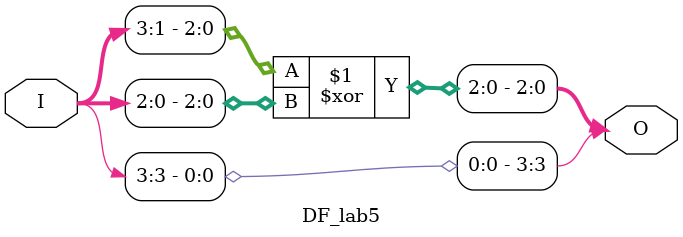
<source format=v>
module DF_lab5(O, I);

input [3:0] I;
output [3:0] O;

assign O[3] = I[3];
assign O[2:0] = I[3:1]^I[2:0];

endmodule

</source>
